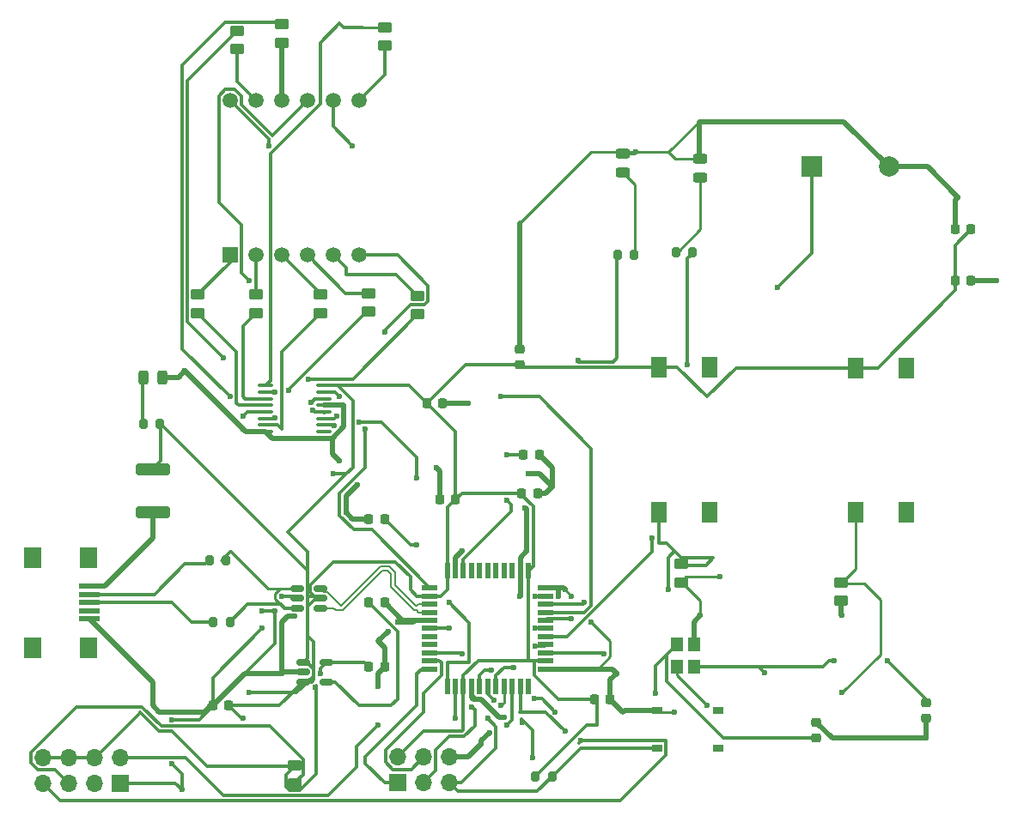
<source format=gbr>
%TF.GenerationSoftware,KiCad,Pcbnew,7.0.1*%
%TF.CreationDate,2023-04-20T17:38:12-06:00*%
%TF.ProjectId,Phase_B_UnoShield,50686173-655f-4425-9f55-6e6f53686965,rev?*%
%TF.SameCoordinates,Original*%
%TF.FileFunction,Copper,L1,Top*%
%TF.FilePolarity,Positive*%
%FSLAX46Y46*%
G04 Gerber Fmt 4.6, Leading zero omitted, Abs format (unit mm)*
G04 Created by KiCad (PCBNEW 7.0.1) date 2023-04-20 17:38:12*
%MOMM*%
%LPD*%
G01*
G04 APERTURE LIST*
G04 Aperture macros list*
%AMRoundRect*
0 Rectangle with rounded corners*
0 $1 Rounding radius*
0 $2 $3 $4 $5 $6 $7 $8 $9 X,Y pos of 4 corners*
0 Add a 4 corners polygon primitive as box body*
4,1,4,$2,$3,$4,$5,$6,$7,$8,$9,$2,$3,0*
0 Add four circle primitives for the rounded corners*
1,1,$1+$1,$2,$3*
1,1,$1+$1,$4,$5*
1,1,$1+$1,$6,$7*
1,1,$1+$1,$8,$9*
0 Add four rect primitives between the rounded corners*
20,1,$1+$1,$2,$3,$4,$5,0*
20,1,$1+$1,$4,$5,$6,$7,0*
20,1,$1+$1,$6,$7,$8,$9,0*
20,1,$1+$1,$8,$9,$2,$3,0*%
G04 Aperture macros list end*
%TA.AperFunction,SMDPad,CuDef*%
%ADD10RoundRect,0.250000X0.450000X-0.262500X0.450000X0.262500X-0.450000X0.262500X-0.450000X-0.262500X0*%
%TD*%
%TA.AperFunction,SMDPad,CuDef*%
%ADD11RoundRect,0.250000X-0.450000X0.262500X-0.450000X-0.262500X0.450000X-0.262500X0.450000X0.262500X0*%
%TD*%
%TA.AperFunction,SMDPad,CuDef*%
%ADD12RoundRect,0.200000X-0.200000X-0.275000X0.200000X-0.275000X0.200000X0.275000X-0.200000X0.275000X0*%
%TD*%
%TA.AperFunction,SMDPad,CuDef*%
%ADD13RoundRect,0.225000X-0.225000X-0.250000X0.225000X-0.250000X0.225000X0.250000X-0.225000X0.250000X0*%
%TD*%
%TA.AperFunction,SMDPad,CuDef*%
%ADD14RoundRect,0.225000X0.250000X-0.225000X0.250000X0.225000X-0.250000X0.225000X-0.250000X-0.225000X0*%
%TD*%
%TA.AperFunction,SMDPad,CuDef*%
%ADD15RoundRect,0.225000X0.225000X0.250000X-0.225000X0.250000X-0.225000X-0.250000X0.225000X-0.250000X0*%
%TD*%
%TA.AperFunction,SMDPad,CuDef*%
%ADD16RoundRect,0.200000X0.200000X0.275000X-0.200000X0.275000X-0.200000X-0.275000X0.200000X-0.275000X0*%
%TD*%
%TA.AperFunction,SMDPad,CuDef*%
%ADD17RoundRect,0.243750X0.243750X0.456250X-0.243750X0.456250X-0.243750X-0.456250X0.243750X-0.456250X0*%
%TD*%
%TA.AperFunction,SMDPad,CuDef*%
%ADD18RoundRect,0.243750X-0.456250X0.243750X-0.456250X-0.243750X0.456250X-0.243750X0.456250X0.243750X0*%
%TD*%
%TA.AperFunction,SMDPad,CuDef*%
%ADD19R,2.000000X0.500000*%
%TD*%
%TA.AperFunction,SMDPad,CuDef*%
%ADD20R,1.700000X2.000000*%
%TD*%
%TA.AperFunction,ComponentPad*%
%ADD21R,1.500000X1.500000*%
%TD*%
%TA.AperFunction,ComponentPad*%
%ADD22C,1.500000*%
%TD*%
%TA.AperFunction,SMDPad,CuDef*%
%ADD23RoundRect,0.100000X-0.637500X-0.100000X0.637500X-0.100000X0.637500X0.100000X-0.637500X0.100000X0*%
%TD*%
%TA.AperFunction,SMDPad,CuDef*%
%ADD24RoundRect,0.150000X-0.512500X-0.150000X0.512500X-0.150000X0.512500X0.150000X-0.512500X0.150000X0*%
%TD*%
%TA.AperFunction,ComponentPad*%
%ADD25R,1.700000X1.700000*%
%TD*%
%TA.AperFunction,ComponentPad*%
%ADD26O,1.700000X1.700000*%
%TD*%
%TA.AperFunction,SMDPad,CuDef*%
%ADD27R,1.500000X2.000000*%
%TD*%
%TA.AperFunction,SMDPad,CuDef*%
%ADD28R,1.200000X1.400000*%
%TD*%
%TA.AperFunction,ComponentPad*%
%ADD29R,2.000000X2.000000*%
%TD*%
%TA.AperFunction,ComponentPad*%
%ADD30C,2.000000*%
%TD*%
%TA.AperFunction,SMDPad,CuDef*%
%ADD31RoundRect,0.225000X-0.250000X0.225000X-0.250000X-0.225000X0.250000X-0.225000X0.250000X0.225000X0*%
%TD*%
%TA.AperFunction,SMDPad,CuDef*%
%ADD32RoundRect,0.250000X1.450000X-0.312500X1.450000X0.312500X-1.450000X0.312500X-1.450000X-0.312500X0*%
%TD*%
%TA.AperFunction,SMDPad,CuDef*%
%ADD33R,1.000000X0.700000*%
%TD*%
%TA.AperFunction,SMDPad,CuDef*%
%ADD34R,1.500000X0.550000*%
%TD*%
%TA.AperFunction,SMDPad,CuDef*%
%ADD35R,0.550000X1.500000*%
%TD*%
%TA.AperFunction,ViaPad*%
%ADD36C,0.600000*%
%TD*%
%TA.AperFunction,Conductor*%
%ADD37C,0.500000*%
%TD*%
%TA.AperFunction,Conductor*%
%ADD38C,0.250000*%
%TD*%
%TA.AperFunction,Conductor*%
%ADD39C,0.305000*%
%TD*%
%TA.AperFunction,Conductor*%
%ADD40C,0.200000*%
%TD*%
G04 APERTURE END LIST*
D10*
%TO.P,R7,1*%
%TO.N,c*%
X53653525Y-75433990D03*
%TO.P,R7,2*%
%TO.N,Net-(U1-c)*%
X53653525Y-73608990D03*
%TD*%
%TO.P,R12,1*%
%TO.N,dp*%
X48895000Y-75565000D03*
%TO.P,R12,2*%
%TO.N,Net-(U1-DPX)*%
X48895000Y-73740000D03*
%TD*%
D11*
%TO.P,R10,1*%
%TO.N,f*%
X45085000Y-47070000D03*
%TO.P,R10,2*%
%TO.N,Net-(U1-f)*%
X45085000Y-48895000D03*
%TD*%
%TO.P,R6,1*%
%TO.N,b*%
X55245000Y-47347500D03*
%TO.P,R6,2*%
%TO.N,Net-(U1-b)*%
X55245000Y-49172500D03*
%TD*%
%TO.P,R5,1*%
%TO.N,a*%
X40667277Y-47705000D03*
%TO.P,R5,2*%
%TO.N,Net-(U1-a)*%
X40667277Y-49530000D03*
%TD*%
D10*
%TO.P,R8,1*%
%TO.N,d*%
X42545000Y-75565000D03*
%TO.P,R8,2*%
%TO.N,Net-(U1-d)*%
X42545000Y-73740000D03*
%TD*%
%TO.P,R9,1*%
%TO.N,e*%
X36830000Y-75565000D03*
%TO.P,R9,2*%
%TO.N,Net-(U1-e)*%
X36830000Y-73740000D03*
%TD*%
%TO.P,R11,1*%
%TO.N,g*%
X58474704Y-75687736D03*
%TO.P,R11,2*%
%TO.N,Net-(U1-g)*%
X58474704Y-73862736D03*
%TD*%
D12*
%TO.P,R13,1*%
%TO.N,+5V*%
X70105000Y-121285000D03*
%TO.P,R13,2*%
%TO.N,RST*%
X71755000Y-121285000D03*
%TD*%
D11*
%TO.P,R17,1*%
%TO.N,+3.3V*%
X46355000Y-120182500D03*
%TO.P,R17,2*%
%TO.N,Net-(J4-Pin_5)*%
X46355000Y-122007500D03*
%TD*%
%TO.P,R1,1*%
%TO.N,Button_1*%
X100258335Y-102146853D03*
%TO.P,R1,2*%
%TO.N,GND*%
X100258335Y-103971853D03*
%TD*%
%TO.P,R2,1*%
%TO.N,Button_2*%
X84459401Y-100337123D03*
%TO.P,R2,2*%
%TO.N,GND*%
X84459401Y-102162123D03*
%TD*%
D13*
%TO.P,C3,1*%
%TO.N,+5V*%
X59410000Y-84455000D03*
%TO.P,C3,2*%
%TO.N,GND*%
X60960000Y-84455000D03*
%TD*%
D14*
%TO.P,C5,1*%
%TO.N,+5V*%
X68580000Y-80645000D03*
%TO.P,C5,2*%
%TO.N,GND*%
X68580000Y-79095000D03*
%TD*%
D13*
%TO.P,C9,1*%
%TO.N,+5V*%
X75920000Y-113665000D03*
%TO.P,C9,2*%
%TO.N,GND*%
X77470000Y-113665000D03*
%TD*%
%TO.P,C11,1*%
%TO.N,AREF*%
X68935000Y-89535000D03*
%TO.P,C11,2*%
%TO.N,GND*%
X70485000Y-89535000D03*
%TD*%
%TO.P,C6,1*%
%TO.N,+5V*%
X68760000Y-93345000D03*
%TO.P,C6,2*%
%TO.N,GND*%
X70310000Y-93345000D03*
%TD*%
%TO.P,C8,1*%
%TO.N,+5V*%
X111480000Y-72390000D03*
%TO.P,C8,2*%
%TO.N,GND*%
X113030000Y-72390000D03*
%TD*%
D15*
%TO.P,C7,1*%
%TO.N,+5V*%
X113030000Y-67310000D03*
%TO.P,C7,2*%
%TO.N,GND*%
X111480000Y-67310000D03*
%TD*%
D12*
%TO.P,R3,1*%
%TO.N,RED_LED*%
X78192500Y-69850000D03*
%TO.P,R3,2*%
%TO.N,Net-(D1-A)*%
X79842500Y-69850000D03*
%TD*%
D16*
%TO.P,R4,1*%
%TO.N,GREEN_LED*%
X85614034Y-69572325D03*
%TO.P,R4,2*%
%TO.N,Net-(D2-A)*%
X83964034Y-69572325D03*
%TD*%
%TO.P,R14,1*%
%TO.N,+5V*%
X33114036Y-86524538D03*
%TO.P,R14,2*%
%TO.N,Net-(D3-A)*%
X31464036Y-86524538D03*
%TD*%
D17*
%TO.P,D3,1,K*%
%TO.N,GND*%
X33322500Y-81915000D03*
%TO.P,D3,2,A*%
%TO.N,Net-(D3-A)*%
X31447500Y-81915000D03*
%TD*%
D18*
%TO.P,D2,1,K*%
%TO.N,GND*%
X86360000Y-60355000D03*
%TO.P,D2,2,A*%
%TO.N,Net-(D2-A)*%
X86360000Y-62230000D03*
%TD*%
D19*
%TO.P,J1,1,VBUS*%
%TO.N,Net-(J1-VBUS)*%
X26135000Y-102535000D03*
%TO.P,J1,2,D-*%
%TO.N,Net-(J1-D-)*%
X26135000Y-103335000D03*
%TO.P,J1,3,D+*%
%TO.N,Net-(J1-D+)*%
X26135000Y-104135000D03*
%TO.P,J1,4,ID*%
%TO.N,unconnected-(J1-ID-Pad4)*%
X26135000Y-104935000D03*
%TO.P,J1,5,GND*%
%TO.N,GND*%
X26135000Y-105735000D03*
D20*
%TO.P,J1,6,Shield*%
%TO.N,unconnected-(J1-Shield-Pad6)*%
X26035000Y-99685000D03*
X20585000Y-99685000D03*
X26035000Y-108585000D03*
X20585000Y-108585000D03*
%TD*%
D21*
%TO.P,U1,1,e*%
%TO.N,Net-(U1-e)*%
X40005000Y-69850000D03*
D22*
%TO.P,U1,2,d*%
%TO.N,Net-(U1-d)*%
X42545000Y-69850000D03*
%TO.P,U1,3,DPX*%
%TO.N,Net-(U1-DPX)*%
X45085000Y-69850000D03*
%TO.P,U1,4,c*%
%TO.N,Net-(U1-c)*%
X47625000Y-69850000D03*
%TO.P,U1,5,g*%
%TO.N,Net-(U1-g)*%
X50165000Y-69850000D03*
%TO.P,U1,6,CA4*%
%TO.N,Dig4*%
X52705000Y-69850000D03*
%TO.P,U1,7,b*%
%TO.N,Net-(U1-b)*%
X52705000Y-54610000D03*
%TO.P,U1,8,CA3*%
%TO.N,Dig3*%
X50165000Y-54610000D03*
%TO.P,U1,9,CA2*%
%TO.N,Dig2*%
X47625000Y-54610000D03*
%TO.P,U1,10,f*%
%TO.N,Net-(U1-f)*%
X45085000Y-54610000D03*
%TO.P,U1,11,a*%
%TO.N,Net-(U1-a)*%
X42545000Y-54610000D03*
%TO.P,U1,12,CA1*%
%TO.N,Dig1*%
X40005000Y-54610000D03*
%TD*%
D23*
%TO.P,U2,1,QB*%
%TO.N,b*%
X43502465Y-82703067D03*
%TO.P,U2,2,QC*%
%TO.N,c*%
X43502465Y-83353067D03*
%TO.P,U2,3,QD*%
%TO.N,d*%
X43502465Y-84003067D03*
%TO.P,U2,4,QE*%
%TO.N,e*%
X43502465Y-84653067D03*
%TO.P,U2,5,QF*%
%TO.N,f*%
X43502465Y-85303067D03*
%TO.P,U2,6,QG*%
%TO.N,g*%
X43502465Y-85953067D03*
%TO.P,U2,7,QH*%
%TO.N,dp*%
X43502465Y-86603067D03*
%TO.P,U2,8,GND*%
%TO.N,GND*%
X43502465Y-87253067D03*
%TO.P,U2,9,QH'*%
%TO.N,unconnected-(U2-QH'-Pad9)*%
X49227465Y-87253067D03*
%TO.P,U2,10,~{SRCLR}*%
%TO.N,+5V*%
X49227465Y-86603067D03*
%TO.P,U2,11,SRCLK*%
%TO.N,SH_CP*%
X49227465Y-85953067D03*
%TO.P,U2,12,RCLK*%
%TO.N,ST_CP*%
X49227465Y-85303067D03*
%TO.P,U2,13,~{OE}*%
%TO.N,GND*%
X49227465Y-84653067D03*
%TO.P,U2,14,SER*%
%TO.N,DS*%
X49227465Y-84003067D03*
%TO.P,U2,15,QA*%
%TO.N,a*%
X49227465Y-83353067D03*
%TO.P,U2,16,VCC*%
%TO.N,+5V*%
X49227465Y-82703067D03*
%TD*%
D14*
%TO.P,C1,1*%
%TO.N,XTAL2*%
X97790000Y-117475000D03*
%TO.P,C1,2*%
%TO.N,GND*%
X97790000Y-115925000D03*
%TD*%
D24*
%TO.P,U5,1,VIN*%
%TO.N,+5V*%
X47191712Y-110039174D03*
%TO.P,U5,2,GND*%
%TO.N,GND*%
X47191712Y-110989174D03*
%TO.P,U5,3,ON/~{OFF}*%
%TO.N,+5V*%
X47191712Y-111939174D03*
%TO.P,U5,4,BP*%
%TO.N,Net-(U5-BP)*%
X49466712Y-111939174D03*
%TO.P,U5,5,VOUT*%
%TO.N,+3.3V*%
X49466712Y-110039174D03*
%TD*%
D25*
%TO.P,J4,1,Pin_1*%
%TO.N,GND*%
X29169549Y-121947651D03*
D26*
%TO.P,J4,2,Pin_2*%
%TO.N,TX*%
X29169549Y-119407651D03*
%TO.P,J4,3,Pin_3*%
%TO.N,unconnected-(J4-Pin_3-Pad3)*%
X26629549Y-121947651D03*
%TO.P,J4,4,Pin_4*%
%TO.N,+3.3V*%
X26629549Y-119407651D03*
%TO.P,J4,5,Pin_5*%
%TO.N,Net-(J4-Pin_5)*%
X24089549Y-121947651D03*
%TO.P,J4,6,Pin_6*%
%TO.N,+3.3V*%
X24089549Y-119407651D03*
%TO.P,J4,7,Pin_7*%
%TO.N,RX*%
X21549549Y-121947651D03*
%TO.P,J4,8,Pin_8*%
%TO.N,+3.3V*%
X21549549Y-119407651D03*
%TD*%
D27*
%TO.P,S2,A1,NO_1*%
%TO.N,unconnected-(S2-NO_1-PadA1)*%
X87274904Y-80877421D03*
%TO.P,S2,B1,NO_2*%
%TO.N,unconnected-(S2-NO_2-PadB1)*%
X87274904Y-95177421D03*
%TO.P,S2,C1,COM_1*%
%TO.N,+5V*%
X82274904Y-80877421D03*
%TO.P,S2,D1,COM_2*%
%TO.N,Button_2*%
X82274904Y-95177421D03*
%TD*%
D15*
%TO.P,C10,1*%
%TO.N,UCAP*%
X55245000Y-95885000D03*
%TO.P,C10,2*%
%TO.N,GND*%
X53695000Y-95885000D03*
%TD*%
%TO.P,C12,1*%
%TO.N,+5V*%
X39860000Y-114305000D03*
%TO.P,C12,2*%
%TO.N,GND*%
X38310000Y-114305000D03*
%TD*%
%TO.P,C4,1*%
%TO.N,+5V*%
X62230000Y-93980000D03*
%TO.P,C4,2*%
%TO.N,GND*%
X60680000Y-93980000D03*
%TD*%
D28*
%TO.P,Y1,1,1*%
%TO.N,XTAL1*%
X85725000Y-110490000D03*
%TO.P,Y1,2,2*%
%TO.N,GND*%
X85725000Y-108290000D03*
%TO.P,Y1,3,3*%
%TO.N,XTAL2*%
X84025000Y-108290000D03*
%TO.P,Y1,4,4*%
%TO.N,GND*%
X84025000Y-110490000D03*
%TD*%
D18*
%TO.P,D1,1,K*%
%TO.N,GND*%
X78725000Y-59785000D03*
%TO.P,D1,2,A*%
%TO.N,Net-(D1-A)*%
X78725000Y-61660000D03*
%TD*%
D12*
%TO.P,R16,1*%
%TO.N,Net-(J1-D-)*%
X37984446Y-99935555D03*
%TO.P,R16,2*%
%TO.N,USB_CONN_D+*%
X39634446Y-99935555D03*
%TD*%
D24*
%TO.P,U4,1,I/O1*%
%TO.N,USB_CONN_D+*%
X46619689Y-102762287D03*
%TO.P,U4,2,GND*%
%TO.N,GND*%
X46619689Y-103712287D03*
%TO.P,U4,3,I/O2*%
%TO.N,USB_CONN_D+*%
X46619689Y-104662287D03*
%TO.P,U4,4,I/O2*%
%TO.N,USB_D+*%
X48894689Y-104662287D03*
%TO.P,U4,5,VBUS*%
%TO.N,+5V*%
X48894689Y-103712287D03*
%TO.P,U4,6,I/O1*%
%TO.N,USB_D-*%
X48894689Y-102762287D03*
%TD*%
D29*
%TO.P,LS1,1,1*%
%TO.N,Buzzer*%
X97335439Y-61120439D03*
D30*
%TO.P,LS1,2,2*%
%TO.N,GND*%
X104935439Y-61120439D03*
%TD*%
D31*
%TO.P,C2,1*%
%TO.N,XTAL1*%
X108585000Y-114020000D03*
%TO.P,C2,2*%
%TO.N,GND*%
X108585000Y-115570000D03*
%TD*%
D12*
%TO.P,R15,1*%
%TO.N,Net-(J1-D+)*%
X38355000Y-106045000D03*
%TO.P,R15,2*%
%TO.N,USB_CONN_D+*%
X40005000Y-106045000D03*
%TD*%
D32*
%TO.P,F1,1*%
%TO.N,Net-(J1-VBUS)*%
X32385000Y-95250000D03*
%TO.P,F1,2*%
%TO.N,+5V*%
X32385000Y-90975000D03*
%TD*%
D13*
%TO.P,C13,1*%
%TO.N,Net-(U5-BP)*%
X53695000Y-104140000D03*
%TO.P,C13,2*%
%TO.N,GND*%
X55245000Y-104140000D03*
%TD*%
D25*
%TO.P,J3,1,MISO*%
%TO.N,MISO*%
X56515000Y-121920000D03*
D26*
%TO.P,J3,2,VCC*%
%TO.N,+5V*%
X56515000Y-119380000D03*
%TO.P,J3,3,SCK*%
%TO.N,SCK*%
X59055000Y-121920000D03*
%TO.P,J3,4,MOSI*%
%TO.N,MOSI*%
X59055000Y-119380000D03*
%TO.P,J3,5,~{RST}*%
%TO.N,RST*%
X61595000Y-121920000D03*
%TO.P,J3,6,GND*%
%TO.N,GND*%
X61595000Y-119380000D03*
%TD*%
D13*
%TO.P,C14,1*%
%TO.N,+3.3V*%
X53695000Y-110490000D03*
%TO.P,C14,2*%
%TO.N,GND*%
X55245000Y-110490000D03*
%TD*%
D33*
%TO.P,S3,1*%
%TO.N,GND*%
X82118060Y-114768980D03*
%TO.P,S3,2*%
%TO.N,N/C*%
X88118060Y-114768980D03*
%TO.P,S3,3*%
%TO.N,RST*%
X82118060Y-118468980D03*
%TO.P,S3,4*%
%TO.N,N/C*%
X88118060Y-118468980D03*
%TD*%
D34*
%TO.P,U3,1,PE6*%
%TO.N,SH_CP*%
X59705000Y-102680000D03*
%TO.P,U3,2,UVCC*%
%TO.N,+5V*%
X59705000Y-103480000D03*
%TO.P,U3,3,D-*%
%TO.N,USB_D-*%
X59705000Y-104280000D03*
%TO.P,U3,4,D+*%
%TO.N,USB_D+*%
X59705000Y-105080000D03*
%TO.P,U3,5,UGND*%
%TO.N,GND*%
X59705000Y-105880000D03*
%TO.P,U3,6,UCAP*%
%TO.N,UCAP*%
X59705000Y-106680000D03*
%TO.P,U3,7,VBUS*%
%TO.N,unconnected-(U3-VBUS-Pad7)*%
X59705000Y-107480000D03*
%TO.P,U3,8,PB0*%
%TO.N,unconnected-(U3-PB0-Pad8)*%
X59705000Y-108280000D03*
%TO.P,U3,9,PB1*%
%TO.N,SCK*%
X59705000Y-109080000D03*
%TO.P,U3,10,PB2*%
%TO.N,MOSI*%
X59705000Y-109880000D03*
%TO.P,U3,11,PB3*%
%TO.N,MISO*%
X59705000Y-110680000D03*
D35*
%TO.P,U3,12,PB7*%
%TO.N,Dig3*%
X61405000Y-112380000D03*
%TO.P,U3,13,~{RESET}*%
%TO.N,RST*%
X62205000Y-112380000D03*
%TO.P,U3,14,VCC*%
%TO.N,+5V*%
X63005000Y-112380000D03*
%TO.P,U3,15,GND*%
%TO.N,GND*%
X63805000Y-112380000D03*
%TO.P,U3,16,XTAL2*%
%TO.N,XTAL2*%
X64605000Y-112380000D03*
%TO.P,U3,17,XTAL1*%
%TO.N,XTAL1*%
X65405000Y-112380000D03*
%TO.P,U3,18,PD0*%
%TO.N,Button_2*%
X66205000Y-112380000D03*
%TO.P,U3,19,PD1*%
%TO.N,Button_1*%
X67005000Y-112380000D03*
%TO.P,U3,20,PD2*%
%TO.N,TX*%
X67805000Y-112380000D03*
%TO.P,U3,21,PD3*%
%TO.N,RX*%
X68605000Y-112380000D03*
%TO.P,U3,22,PD5*%
%TO.N,unconnected-(U3-PD5-Pad22)*%
X69405000Y-112380000D03*
D34*
%TO.P,U3,23,GND*%
%TO.N,GND*%
X71105000Y-110680000D03*
%TO.P,U3,24,AVCC*%
%TO.N,+5V*%
X71105000Y-109880000D03*
%TO.P,U3,25,PD4*%
%TO.N,GREEN_LED*%
X71105000Y-109080000D03*
%TO.P,U3,26,PD6*%
%TO.N,Dig2*%
X71105000Y-108280000D03*
%TO.P,U3,27,PD7*%
%TO.N,Buzzer*%
X71105000Y-107480000D03*
%TO.P,U3,28,PB4*%
%TO.N,ST_CP*%
X71105000Y-106680000D03*
%TO.P,U3,29,PB5*%
%TO.N,DS*%
X71105000Y-105880000D03*
%TO.P,U3,30,PB6*%
%TO.N,Dig4*%
X71105000Y-105080000D03*
%TO.P,U3,31,PC6*%
%TO.N,RED_LED*%
X71105000Y-104280000D03*
%TO.P,U3,32,PC7*%
%TO.N,Dig1*%
X71105000Y-103480000D03*
%TO.P,U3,33,~{HWB}/PE2*%
%TO.N,GND*%
X71105000Y-102680000D03*
D35*
%TO.P,U3,34,VCC*%
%TO.N,+5V*%
X69405000Y-100980000D03*
%TO.P,U3,35,GND*%
%TO.N,GND*%
X68605000Y-100980000D03*
%TO.P,U3,36,PF7*%
%TO.N,unconnected-(U3-PF7-Pad36)*%
X67805000Y-100980000D03*
%TO.P,U3,37,PF6*%
%TO.N,unconnected-(U3-PF6-Pad37)*%
X67005000Y-100980000D03*
%TO.P,U3,38,PF5*%
%TO.N,unconnected-(U3-PF5-Pad38)*%
X66205000Y-100980000D03*
%TO.P,U3,39,PF4*%
%TO.N,unconnected-(U3-PF4-Pad39)*%
X65405000Y-100980000D03*
%TO.P,U3,40,PF1*%
%TO.N,unconnected-(U3-PF1-Pad40)*%
X64605000Y-100980000D03*
%TO.P,U3,41,PF0*%
%TO.N,unconnected-(U3-PF0-Pad41)*%
X63805000Y-100980000D03*
%TO.P,U3,42,AREF*%
%TO.N,AREF*%
X63005000Y-100980000D03*
%TO.P,U3,43,GND*%
%TO.N,GND*%
X62205000Y-100980000D03*
%TO.P,U3,44,AVCC*%
%TO.N,+5V*%
X61405000Y-100980000D03*
%TD*%
D27*
%TO.P,S1,A1,NO_1*%
%TO.N,unconnected-(S1-NO_1-PadA1)*%
X106680000Y-80950000D03*
%TO.P,S1,B1,NO_2*%
%TO.N,unconnected-(S1-NO_2-PadB1)*%
X106680000Y-95250000D03*
%TO.P,S1,C1,COM_1*%
%TO.N,+5V*%
X101680000Y-80950000D03*
%TO.P,S1,D1,COM_2*%
%TO.N,Button_1*%
X101680000Y-95250000D03*
%TD*%
D36*
%TO.N,GND*%
X46355000Y-105461787D03*
X34290000Y-120059651D03*
X69215000Y-99060000D03*
X100330000Y-105410000D03*
X86360000Y-105410000D03*
X43180000Y-106680000D03*
X35242500Y-122555000D03*
X68580000Y-103505000D03*
X34290000Y-115683000D03*
X56518534Y-106041466D03*
X63500000Y-84455000D03*
X55596466Y-106963534D03*
X83820000Y-114935000D03*
X45085000Y-111125000D03*
X88265000Y-101600000D03*
X80010000Y-59690000D03*
X62865000Y-99060000D03*
X41275000Y-86995000D03*
X43180000Y-104966787D03*
X51435000Y-95250000D03*
X78105000Y-111125000D03*
X64770000Y-118110000D03*
X68580000Y-76200000D03*
X108585000Y-117475000D03*
X54610000Y-112395000D03*
X71755000Y-92710000D03*
X45085000Y-103505000D03*
X60325000Y-90805000D03*
X44450000Y-104966787D03*
X52531034Y-92536034D03*
X50800000Y-90170000D03*
X73643000Y-103505000D03*
X75574511Y-106054511D03*
X86995000Y-114300000D03*
X64135000Y-113665000D03*
X65570500Y-116978204D03*
X47544460Y-111087500D03*
X111760000Y-64135000D03*
X73025000Y-102870000D03*
X35560000Y-81280000D03*
X37470000Y-114940000D03*
X67068284Y-115442913D03*
X72390000Y-103505000D03*
X69073966Y-94756034D03*
X69405000Y-91440000D03*
X115570000Y-72390000D03*
%TO.N,+5V*%
X50165000Y-91440000D03*
X41275000Y-115570000D03*
X41910000Y-113030000D03*
X50243936Y-86688544D03*
%TO.N,Buzzer*%
X81622904Y-97730890D03*
X93980000Y-73025000D03*
%TO.N,Button_1*%
X66675000Y-114300000D03*
X100330000Y-113030000D03*
%TO.N,Button_2*%
X83185000Y-102870000D03*
X67945000Y-110507000D03*
%TO.N,RED_LED*%
X74930000Y-104140000D03*
X74295000Y-80225421D03*
%TO.N,GREEN_LED*%
X76835000Y-109220000D03*
X85090000Y-80645000D03*
%TO.N,a*%
X39370000Y-80010000D03*
X50800000Y-83820000D03*
%TO.N,c*%
X45737000Y-83185000D03*
X44433000Y-83326069D03*
%TO.N,f*%
X41275000Y-85725000D03*
X39988000Y-83820000D03*
%TO.N,g*%
X47768534Y-82058534D03*
X44433000Y-85926069D03*
%TO.N,Dig4*%
X55245000Y-77470000D03*
X66675000Y-83820000D03*
%TO.N,Dig3*%
X61595000Y-104140000D03*
X52070000Y-59055000D03*
%TO.N,Dig2*%
X41893000Y-72390000D03*
X70057000Y-108404129D03*
%TO.N,Dig1*%
X70057000Y-103505000D03*
X43815000Y-59055000D03*
%TO.N,SH_CP*%
X50487433Y-85725000D03*
X53340000Y-86995000D03*
%TO.N,ST_CP*%
X58419500Y-91832343D03*
X48170506Y-85181384D03*
X70057000Y-106680000D03*
X52739500Y-86343000D03*
%TO.N,DS*%
X48015307Y-84382276D03*
X73660000Y-105732000D03*
%TO.N,XTAL2*%
X65787973Y-110819959D03*
X81915000Y-113047000D03*
%TO.N,XTAL1*%
X72031568Y-114924500D03*
X68809500Y-115922966D03*
X104775000Y-109855000D03*
X70033201Y-113612686D03*
X99508835Y-109855000D03*
X66051353Y-113799733D03*
X92710000Y-111090500D03*
X69850000Y-119414500D03*
%TO.N,RST*%
X62230000Y-115553000D03*
X65405000Y-115553000D03*
%TO.N,UCAP*%
X61595000Y-106680000D03*
X58420000Y-98425000D03*
%TO.N,AREF*%
X67310000Y-93997000D03*
X67310000Y-89535000D03*
%TO.N,+3.3V*%
X48417158Y-112497730D03*
X48912000Y-111125000D03*
%TO.N,SCK*%
X63829043Y-114403644D03*
X62865000Y-109220000D03*
%TO.N,TX*%
X67310000Y-116205000D03*
X54610000Y-116205000D03*
%TO.N,RX*%
X73025000Y-116840000D03*
X74566034Y-117746034D03*
%TD*%
D37*
%TO.N,GND*%
X85725000Y-106045000D02*
X86360000Y-105410000D01*
D38*
X76258884Y-110680000D02*
X71105000Y-110680000D01*
X84934024Y-101600000D02*
X84459401Y-102074623D01*
D37*
X78740000Y-114935000D02*
X77470000Y-113665000D01*
X50092782Y-87903067D02*
X51236933Y-86758916D01*
D39*
X38310000Y-111550000D02*
X43180000Y-106680000D01*
D38*
X88265000Y-101600000D02*
X84934024Y-101600000D01*
X75574511Y-106054511D02*
X77460000Y-107940000D01*
X78725000Y-59785000D02*
X79915000Y-59785000D01*
D37*
X56518534Y-106041466D02*
X57153534Y-106041466D01*
D38*
X77460000Y-109478884D02*
X76258884Y-110680000D01*
D37*
X71755000Y-90805000D02*
X70485000Y-89535000D01*
X71755000Y-92710000D02*
X71755000Y-90805000D01*
D39*
X44450000Y-104966787D02*
X44450000Y-108165000D01*
D37*
X68605000Y-100980000D02*
X68605000Y-99670000D01*
D38*
X84459401Y-102074623D02*
X86360000Y-103975222D01*
D37*
X63805000Y-113335000D02*
X64135000Y-113665000D01*
D39*
X44450000Y-108165000D02*
X38310000Y-114305000D01*
D38*
X83185000Y-59690000D02*
X83850000Y-60355000D01*
D37*
X58090000Y-106045000D02*
X57150000Y-106045000D01*
D38*
X84025000Y-111330000D02*
X84025000Y-110490000D01*
D37*
X49227465Y-84653067D02*
X51236933Y-84653067D01*
X77470000Y-113665000D02*
X77470000Y-111760000D01*
X32385000Y-114300000D02*
X33025000Y-114940000D01*
X69405000Y-91440000D02*
X70485000Y-91440000D01*
D38*
X77460000Y-107940000D02*
X77460000Y-109478884D01*
D37*
X44152465Y-87903067D02*
X50092782Y-87903067D01*
X35560000Y-81280000D02*
X41533067Y-87253067D01*
X45085000Y-111125000D02*
X41490000Y-111125000D01*
X55245000Y-108585000D02*
X54610000Y-107950000D01*
X63500000Y-119380000D02*
X64770000Y-118110000D01*
D39*
X36932000Y-115683000D02*
X38310000Y-114305000D01*
D37*
X56985000Y-105880000D02*
X59705000Y-105880000D01*
X111760000Y-64135000D02*
X108745439Y-61120439D01*
X71105000Y-110680000D02*
X77660000Y-110680000D01*
X97790000Y-115925000D02*
X99340000Y-117475000D01*
X60680000Y-93980000D02*
X60680000Y-91160000D01*
X64770000Y-113665000D02*
X64135000Y-113665000D01*
X67068284Y-115442913D02*
X66547913Y-115442913D01*
X64770000Y-117778704D02*
X65570500Y-116978204D01*
X68605000Y-100980000D02*
X68605000Y-103480000D01*
X108745439Y-61120439D02*
X104935439Y-61120439D01*
D39*
X34290000Y-115683000D02*
X36932000Y-115683000D01*
D37*
X68580000Y-79095000D02*
X68580000Y-76200000D01*
X54610000Y-111125000D02*
X55245000Y-110490000D01*
X41533067Y-87253067D02*
X43502465Y-87253067D01*
X33025000Y-114940000D02*
X37470000Y-114940000D01*
X63805000Y-112380000D02*
X63805000Y-113505000D01*
X53695000Y-95885000D02*
X52070000Y-95885000D01*
X45085000Y-111125000D02*
X45085000Y-106045000D01*
X55245000Y-104140000D02*
X56985000Y-105880000D01*
X70485000Y-91440000D02*
X71755000Y-92710000D01*
D38*
X83208235Y-59690000D02*
X86236576Y-56661659D01*
D39*
X35242500Y-122555000D02*
X35242500Y-121012151D01*
X35242500Y-121012151D02*
X34290000Y-120059651D01*
D37*
X68605000Y-103480000D02*
X68580000Y-103505000D01*
X47191712Y-110989174D02*
X47446134Y-110989174D01*
D39*
X34635151Y-121947651D02*
X35242500Y-122555000D01*
D38*
X73643000Y-103505000D02*
X73643000Y-103488000D01*
D37*
X62205000Y-100980000D02*
X62205000Y-99720000D01*
X78740000Y-114935000D02*
X78906020Y-114768980D01*
X60680000Y-91160000D02*
X60325000Y-90805000D01*
X45085000Y-106045000D02*
X45668213Y-105461787D01*
D38*
X86995000Y-114300000D02*
X84025000Y-111330000D01*
D37*
X58255000Y-105880000D02*
X59705000Y-105880000D01*
X71105000Y-102680000D02*
X72835000Y-102680000D01*
X26135000Y-105735000D02*
X32385000Y-111985000D01*
X85725000Y-106045000D02*
X85725000Y-108290000D01*
X47191712Y-110989174D02*
X45220826Y-110989174D01*
X63805000Y-113505000D02*
X63953644Y-113653644D01*
X52070000Y-95885000D02*
X51435000Y-95250000D01*
X111480000Y-64415000D02*
X111760000Y-64135000D01*
D38*
X80010000Y-59690000D02*
X83185000Y-59690000D01*
X78820000Y-59690000D02*
X78725000Y-59785000D01*
D39*
X38310000Y-114305000D02*
X38310000Y-111550000D01*
D38*
X80010000Y-59690000D02*
X75565000Y-59690000D01*
D37*
X64770000Y-118110000D02*
X64770000Y-117778704D01*
D39*
X44450000Y-104966787D02*
X43180000Y-104966787D01*
D37*
X72835000Y-102680000D02*
X73025000Y-102870000D01*
X63805000Y-112380000D02*
X63805000Y-113335000D01*
D38*
X79915000Y-59785000D02*
X80010000Y-59690000D01*
D37*
X70485000Y-93345000D02*
X71120000Y-93345000D01*
X41490000Y-111125000D02*
X38310000Y-114305000D01*
X111480000Y-67310000D02*
X111480000Y-64415000D01*
X108585000Y-116205000D02*
X108585000Y-117475000D01*
X69215000Y-94897068D02*
X69073966Y-94756034D01*
X108585000Y-115570000D02*
X108585000Y-116205000D01*
X78906020Y-114768980D02*
X82118060Y-114768980D01*
X58255000Y-105880000D02*
X58090000Y-106045000D01*
X72390000Y-103505000D02*
X72390000Y-102840000D01*
X68580000Y-76200000D02*
X68580000Y-66675000D01*
X34925000Y-81915000D02*
X35560000Y-81280000D01*
D38*
X73643000Y-103488000D02*
X73025000Y-102870000D01*
D37*
X69215000Y-99060000D02*
X69215000Y-94897068D01*
X41533067Y-87253067D02*
X41275000Y-86995000D01*
X50092782Y-89462782D02*
X50092782Y-87903067D01*
D38*
X75565000Y-59690000D02*
X68580000Y-66675000D01*
D37*
X60960000Y-84455000D02*
X63500000Y-84455000D01*
X50800000Y-90170000D02*
X50092782Y-89462782D01*
D39*
X29169549Y-121947651D02*
X34635151Y-121947651D01*
D37*
X33322500Y-81915000D02*
X34925000Y-81915000D01*
X61595000Y-119380000D02*
X63500000Y-119380000D01*
X54610000Y-107950000D02*
X55596466Y-106963534D01*
D38*
X83820000Y-114935000D02*
X82284080Y-114935000D01*
D37*
X54610000Y-112395000D02*
X54610000Y-111125000D01*
X32385000Y-111985000D02*
X32385000Y-114300000D01*
X86236576Y-56661659D02*
X86236576Y-59836659D01*
X77660000Y-110680000D02*
X78105000Y-111125000D01*
X51435000Y-93632068D02*
X52531034Y-92536034D01*
X100476659Y-56661659D02*
X104935439Y-61120439D01*
X100258335Y-105338335D02*
X100330000Y-105410000D01*
X51435000Y-95250000D02*
X51435000Y-93632068D01*
X71120000Y-93345000D02*
X71755000Y-92710000D01*
X99340000Y-117475000D02*
X108585000Y-117475000D01*
D39*
X45085000Y-103505000D02*
X46412402Y-103505000D01*
D37*
X72230000Y-102680000D02*
X71105000Y-102680000D01*
X55245000Y-110490000D02*
X55245000Y-108585000D01*
X66547913Y-115442913D02*
X64770000Y-113665000D01*
X113030000Y-72390000D02*
X115570000Y-72390000D01*
D39*
X46412402Y-103505000D02*
X46619689Y-103712287D01*
D37*
X37470000Y-114940000D02*
X38105000Y-114305000D01*
X43502465Y-87253067D02*
X44152465Y-87903067D01*
D38*
X86360000Y-103975222D02*
X86360000Y-105410000D01*
D37*
X86236576Y-56661659D02*
X100476659Y-56661659D01*
X72390000Y-102840000D02*
X72230000Y-102680000D01*
X45220826Y-110989174D02*
X45085000Y-111125000D01*
D38*
X82284080Y-114935000D02*
X82118060Y-114768980D01*
X83850000Y-60355000D02*
X86360000Y-60355000D01*
D37*
X45668213Y-105461787D02*
X46355000Y-105461787D01*
X51236933Y-86758916D02*
X51236933Y-84653067D01*
X47446134Y-110989174D02*
X47544460Y-111087500D01*
X77470000Y-111760000D02*
X78105000Y-111125000D01*
X68605000Y-99670000D02*
X69215000Y-99060000D01*
X62205000Y-99720000D02*
X62865000Y-99060000D01*
X100258335Y-103884353D02*
X100258335Y-105338335D01*
D38*
%TO.N,Net-(D1-A)*%
X78725000Y-61660000D02*
X79930000Y-62865000D01*
X79930000Y-62865000D02*
X79930000Y-69850000D01*
%TO.N,Net-(D2-A)*%
X84097675Y-69572325D02*
X83876534Y-69572325D01*
X86360000Y-67310000D02*
X84097675Y-69572325D01*
X86360000Y-62230000D02*
X86360000Y-67310000D01*
D39*
%TO.N,+5V*%
X48080826Y-111939174D02*
X48260000Y-111760000D01*
X111480000Y-68860000D02*
X113030000Y-67310000D01*
X60760000Y-103480000D02*
X61405000Y-102835000D01*
X47642500Y-99077500D02*
X47642500Y-107412000D01*
X47879689Y-102404145D02*
X50186315Y-100097519D01*
X32385000Y-90975000D02*
X33201536Y-90158464D01*
X47191712Y-111939174D02*
X48080826Y-111939174D01*
X69867500Y-94627500D02*
X69867500Y-100517500D01*
X61405000Y-102835000D02*
X61405000Y-100980000D01*
X45720000Y-97155000D02*
X47642500Y-99077500D01*
X47614854Y-110039174D02*
X47191712Y-110039174D01*
X33201536Y-90158464D02*
X33201536Y-86524538D01*
X46524028Y-113030000D02*
X41910000Y-113030000D01*
X48687402Y-103505000D02*
X48894689Y-103712287D01*
X70105000Y-121285000D02*
X75185000Y-116205000D01*
X71105000Y-109880000D02*
X70050000Y-109880000D01*
X56282519Y-100097519D02*
X57785000Y-101600000D01*
X47634689Y-104549145D02*
X48471547Y-103712287D01*
X59410000Y-84455000D02*
X62230000Y-87275000D01*
X51435000Y-91440000D02*
X45720000Y-97155000D01*
X48471547Y-103712287D02*
X47879689Y-103120429D01*
X49227465Y-86603067D02*
X50158459Y-86603067D01*
X49227465Y-82703067D02*
X50605842Y-82703067D01*
X70050000Y-109880000D02*
X70002500Y-109927500D01*
X69215000Y-109855000D02*
X69240000Y-109880000D01*
X75185000Y-116205000D02*
X76200000Y-116205000D01*
X68585000Y-93345000D02*
X69867500Y-94627500D01*
X57785000Y-102870000D02*
X58395000Y-103480000D01*
X52087500Y-90787500D02*
X51435000Y-91440000D01*
X84052421Y-80877421D02*
X86995000Y-83820000D01*
X63220000Y-80645000D02*
X59410000Y-84455000D01*
X111480000Y-72390000D02*
X111480000Y-68860000D01*
X70002500Y-111277500D02*
X72390000Y-113665000D01*
X48471547Y-103712287D02*
X48894689Y-103712287D01*
X47634689Y-100957691D02*
X47634689Y-103505000D01*
X103835000Y-80950000D02*
X101680000Y-80950000D01*
X72390000Y-113665000D02*
X75920000Y-113665000D01*
X33201536Y-86524538D02*
X47634689Y-100957691D01*
X62230000Y-87275000D02*
X62230000Y-93980000D01*
X70002500Y-109927500D02*
X70002500Y-111277500D01*
X47634689Y-109596197D02*
X47634689Y-104549145D01*
X61482500Y-94727500D02*
X62230000Y-93980000D01*
X47642500Y-107412000D02*
X48206712Y-107976212D01*
X64475000Y-109855000D02*
X69215000Y-109855000D01*
X41125000Y-115570000D02*
X39860000Y-114305000D01*
X50158459Y-86603067D02*
X50243936Y-86688544D01*
X44825886Y-114305000D02*
X47191712Y-111939174D01*
X47879689Y-103120429D02*
X47879689Y-102404145D01*
X48260000Y-111760000D02*
X48260000Y-110684320D01*
X76200000Y-116205000D02*
X76200000Y-113945000D01*
X62230000Y-93980000D02*
X62865000Y-93345000D01*
X57658067Y-82703067D02*
X59410000Y-84455000D01*
X47191712Y-110039174D02*
X47634689Y-109596197D01*
X69240000Y-109880000D02*
X71105000Y-109880000D01*
X58395000Y-103480000D02*
X59705000Y-103480000D01*
X48260000Y-110684320D02*
X47614854Y-110039174D01*
X69405000Y-100980000D02*
X69405000Y-109665000D01*
X76200000Y-113945000D02*
X75920000Y-113665000D01*
X61482500Y-100902500D02*
X61482500Y-94727500D01*
X48206712Y-111347316D02*
X46524028Y-113030000D01*
X59055000Y-116840000D02*
X62865000Y-116840000D01*
X63005000Y-112380000D02*
X63005000Y-111325000D01*
X68580000Y-80645000D02*
X68812421Y-80877421D01*
X57785000Y-101600000D02*
X57785000Y-102870000D01*
X49227465Y-82703067D02*
X57658067Y-82703067D01*
X56515000Y-119380000D02*
X59055000Y-116840000D01*
X82274904Y-80877421D02*
X84052421Y-80877421D01*
X68580000Y-80645000D02*
X63220000Y-80645000D01*
X69867500Y-100517500D02*
X69405000Y-100980000D01*
X47634689Y-103505000D02*
X48687402Y-103505000D01*
X62865000Y-116840000D02*
X63005000Y-116700000D01*
X41275000Y-115570000D02*
X41125000Y-115570000D01*
X62865000Y-93345000D02*
X68585000Y-93345000D01*
X63005000Y-116700000D02*
X63005000Y-112380000D01*
X111480000Y-73305000D02*
X103835000Y-80950000D01*
X48206712Y-107976212D02*
X48206712Y-111347316D01*
X50165000Y-91440000D02*
X51435000Y-91440000D01*
X39860000Y-114305000D02*
X44825886Y-114305000D01*
X69405000Y-109665000D02*
X69215000Y-109855000D01*
X52087500Y-84184725D02*
X52087500Y-90787500D01*
X61405000Y-100980000D02*
X61482500Y-100902500D01*
X63005000Y-111325000D02*
X64475000Y-109855000D01*
X89865000Y-80950000D02*
X101680000Y-80950000D01*
X68812421Y-80877421D02*
X82274904Y-80877421D01*
X111480000Y-72390000D02*
X111480000Y-73305000D01*
X86995000Y-83820000D02*
X89865000Y-80950000D01*
X50186315Y-100097519D02*
X56282519Y-100097519D01*
X59705000Y-103480000D02*
X60760000Y-103480000D01*
X50605842Y-82703067D02*
X52087500Y-84184725D01*
%TO.N,Buzzer*%
X97335439Y-69669561D02*
X97335439Y-61120439D01*
X71105000Y-107480000D02*
X73226953Y-107480000D01*
X93980000Y-73025000D02*
X97335439Y-69669561D01*
X73226953Y-107480000D02*
X81622904Y-99084049D01*
X81622904Y-99084049D02*
X81622904Y-97730890D01*
D38*
%TO.N,Button_1*%
X101680000Y-100812688D02*
X101680000Y-95250000D01*
X104130000Y-103881116D02*
X104130000Y-109230000D01*
X100258335Y-102234353D02*
X102483237Y-102234353D01*
X100258335Y-102234353D02*
X101680000Y-100812688D01*
X102483237Y-102234353D02*
X104130000Y-103881116D01*
X66675000Y-114300000D02*
X67005000Y-113970000D01*
X67005000Y-113970000D02*
X67005000Y-112380000D01*
X104130000Y-109230000D02*
X100330000Y-113030000D01*
D39*
%TO.N,Button_2*%
X66205000Y-111325000D02*
X67023000Y-110507000D01*
X82274904Y-98240126D02*
X83000126Y-98240126D01*
X83185000Y-99695000D02*
X83820000Y-99060000D01*
X84459401Y-99699401D02*
X87625599Y-99699401D01*
X83000126Y-98240126D02*
X83820000Y-99060000D01*
X83820000Y-99060000D02*
X84459401Y-99699401D01*
X82274904Y-95177421D02*
X82274904Y-98240126D01*
X87625599Y-99699401D02*
X86900377Y-100424623D01*
X83185000Y-102870000D02*
X83185000Y-99695000D01*
X84459401Y-100424623D02*
X86900377Y-100424623D01*
X66205000Y-112380000D02*
X66205000Y-111325000D01*
X67023000Y-110507000D02*
X67945000Y-110507000D01*
%TO.N,RED_LED*%
X78105000Y-80010000D02*
X77742579Y-80372421D01*
X74295000Y-80372421D02*
X74295000Y-80225421D01*
X74790000Y-104280000D02*
X71105000Y-104280000D01*
X77742579Y-80372421D02*
X74295000Y-80372421D01*
X78105000Y-69850000D02*
X78105000Y-80010000D01*
X74930000Y-104140000D02*
X74790000Y-104280000D01*
%TO.N,GREEN_LED*%
X76695000Y-109080000D02*
X71105000Y-109080000D01*
X85090000Y-70183859D02*
X85090000Y-80645000D01*
X76835000Y-109220000D02*
X76695000Y-109080000D01*
X85701534Y-69572325D02*
X85090000Y-70183859D01*
%TO.N,a*%
X40667277Y-47705000D02*
X35777500Y-52594777D01*
X35777500Y-52594777D02*
X35777500Y-76417500D01*
X35777500Y-76417500D02*
X39370000Y-80010000D01*
X50333067Y-83353067D02*
X49227465Y-83353067D01*
X50800000Y-83820000D02*
X50333067Y-83353067D01*
%TO.N,Net-(U1-a)*%
X40667277Y-52732277D02*
X42545000Y-54610000D01*
X40667277Y-49530000D02*
X40667277Y-52732277D01*
D38*
%TO.N,b*%
X55245000Y-47347500D02*
X53089720Y-47347500D01*
D39*
X48895000Y-48895000D02*
X50800000Y-46990000D01*
X43502465Y-82703067D02*
X43982500Y-82223032D01*
X43982500Y-59811671D02*
X48895000Y-54899171D01*
X48895000Y-54899171D02*
X48895000Y-48895000D01*
X43982500Y-82223032D02*
X43982500Y-59811671D01*
X51157500Y-47347500D02*
X53089720Y-47347500D01*
X50800000Y-46990000D02*
X51157500Y-47347500D01*
%TO.N,Net-(U1-b)*%
X55245000Y-49172500D02*
X55245000Y-52070000D01*
X55245000Y-52070000D02*
X52705000Y-54610000D01*
%TO.N,c*%
X43529463Y-83326069D02*
X43502465Y-83353067D01*
X53471010Y-75433990D02*
X45720000Y-83185000D01*
X53653525Y-75433990D02*
X53471010Y-75433990D01*
X44433000Y-83326069D02*
X43529463Y-83326069D01*
X45720000Y-83185000D02*
X45737000Y-83185000D01*
%TO.N,Net-(U1-c)*%
X53653525Y-73608990D02*
X51383990Y-73608990D01*
X51383990Y-73608990D02*
X47625000Y-69850000D01*
%TO.N,d*%
X42545000Y-75565000D02*
X41275000Y-76835000D01*
X41275000Y-76835000D02*
X41275000Y-83820000D01*
X41275000Y-83820000D02*
X41458067Y-84003067D01*
X41458067Y-84003067D02*
X43502465Y-84003067D01*
%TO.N,Net-(U1-d)*%
X42545000Y-73740000D02*
X42545000Y-69850000D01*
%TO.N,e*%
X36830000Y-75565000D02*
X40640000Y-79375000D01*
X40640000Y-84455000D02*
X40838067Y-84653067D01*
X40838067Y-84653067D02*
X43502465Y-84653067D01*
X40640000Y-79375000D02*
X40640000Y-84455000D01*
%TO.N,Net-(U1-e)*%
X36830000Y-73740000D02*
X40005000Y-70565000D01*
X40005000Y-70565000D02*
X40005000Y-69850000D01*
%TO.N,f*%
X35272500Y-79104500D02*
X39988000Y-83820000D01*
X35272500Y-51087500D02*
X35272500Y-79104500D01*
X41696933Y-85303067D02*
X43502465Y-85303067D01*
X44855000Y-46840000D02*
X39520000Y-46840000D01*
X45085000Y-47070000D02*
X44855000Y-46840000D01*
X39520000Y-46840000D02*
X35272500Y-51087500D01*
X41275000Y-85725000D02*
X41696933Y-85303067D01*
D37*
%TO.N,Net-(U1-f)*%
X45085000Y-54610000D02*
X45085000Y-48895000D01*
D39*
%TO.N,g*%
X43502465Y-85953067D02*
X44406002Y-85953067D01*
X44406002Y-85953067D02*
X44433000Y-85926069D01*
X47768534Y-82058534D02*
X52103906Y-82058534D01*
X52103906Y-82058534D02*
X58474704Y-75687736D01*
%TO.N,Net-(U1-g)*%
X56366968Y-71755000D02*
X51435000Y-71755000D01*
X51435000Y-71120000D02*
X50165000Y-69850000D01*
X58474704Y-73862736D02*
X56366968Y-71755000D01*
X51435000Y-71755000D02*
X51435000Y-71120000D01*
%TO.N,dp*%
X45085000Y-86995000D02*
X44693067Y-86603067D01*
X48895000Y-75565000D02*
X45085000Y-79375000D01*
X44693067Y-86603067D02*
X43502465Y-86603067D01*
X45085000Y-79375000D02*
X45085000Y-86995000D01*
%TO.N,Net-(U1-DPX)*%
X48895000Y-73740000D02*
X48895000Y-73660000D01*
X48895000Y-73660000D02*
X45085000Y-69850000D01*
%TO.N,Dig4*%
X55245000Y-77257876D02*
X57775140Y-74727736D01*
X59527204Y-74374800D02*
X59527204Y-72862204D01*
X75582500Y-88917500D02*
X70485000Y-83820000D01*
X55245000Y-77470000D02*
X55245000Y-77257876D01*
X59527204Y-72862204D02*
X56515000Y-69850000D01*
X75582500Y-104410275D02*
X75582500Y-88917500D01*
X74912775Y-105080000D02*
X75582500Y-104410275D01*
X59174268Y-74727736D02*
X59527204Y-74374800D01*
X57775140Y-74727736D02*
X59174268Y-74727736D01*
X71105000Y-105080000D02*
X74912775Y-105080000D01*
X56515000Y-69850000D02*
X52705000Y-69850000D01*
X70485000Y-83820000D02*
X66675000Y-83820000D01*
%TO.N,Dig3*%
X63595000Y-110020822D02*
X63595000Y-106140000D01*
X50165000Y-57150000D02*
X50165000Y-54610000D01*
X52070000Y-59055000D02*
X50165000Y-57150000D01*
X63595000Y-106140000D02*
X61595000Y-104140000D01*
X61405000Y-110020822D02*
X63595000Y-110020822D01*
X61405000Y-112380000D02*
X61405000Y-110020822D01*
%TO.N,Dig2*%
X41107500Y-54998322D02*
X41107500Y-54153329D01*
X38902500Y-54153329D02*
X38902500Y-64648329D01*
X70057000Y-108404129D02*
X70980871Y-108404129D01*
X41107500Y-54153329D02*
X40461671Y-53507500D01*
X41108201Y-71605201D02*
X41893000Y-72390000D01*
X47625000Y-54610000D02*
X44172089Y-58062911D01*
X39548329Y-53507500D02*
X38902500Y-54153329D01*
X40461671Y-53507500D02*
X39548329Y-53507500D01*
X41108201Y-66854030D02*
X41108201Y-71605201D01*
X38902500Y-64648329D02*
X41108201Y-66854030D01*
X44172089Y-58062911D02*
X41107500Y-54998322D01*
X70980871Y-108404129D02*
X71105000Y-108280000D01*
%TO.N,Dig1*%
X40005000Y-54610000D02*
X43815000Y-58420000D01*
X43815000Y-58420000D02*
X43815000Y-59055000D01*
X70057000Y-103505000D02*
X71080000Y-103505000D01*
X71080000Y-103505000D02*
X71105000Y-103480000D01*
%TO.N,SH_CP*%
X50487433Y-85725000D02*
X50259366Y-85953067D01*
X53975000Y-96950000D02*
X52212225Y-96950000D01*
X53340000Y-90805000D02*
X53340000Y-86995000D01*
X52212225Y-96950000D02*
X50782500Y-95520275D01*
X50782500Y-95520275D02*
X50782500Y-93362500D01*
X50782500Y-93362500D02*
X53340000Y-90805000D01*
X59705000Y-102680000D02*
X53975000Y-96950000D01*
X50259366Y-85953067D02*
X49227465Y-85953067D01*
%TO.N,ST_CP*%
X71105000Y-106680000D02*
X70057000Y-106680000D01*
X49227465Y-85392535D02*
X49235497Y-85400567D01*
X54959953Y-86343000D02*
X52739500Y-86343000D01*
X48292189Y-85303067D02*
X49227465Y-85303067D01*
X58419500Y-91832343D02*
X58419500Y-89802547D01*
X48170506Y-85181384D02*
X48292189Y-85303067D01*
X49227465Y-85303067D02*
X49324965Y-85400567D01*
X58419500Y-89802547D02*
X54959953Y-86343000D01*
X49227465Y-85303067D02*
X49227465Y-85392535D01*
%TO.N,DS*%
X71253000Y-105732000D02*
X71105000Y-105880000D01*
X48345789Y-84003067D02*
X48137465Y-84211391D01*
X48394516Y-84003067D02*
X48015307Y-84382276D01*
X49227465Y-84003067D02*
X48345789Y-84003067D01*
X49227465Y-84003067D02*
X48394516Y-84003067D01*
X73660000Y-105732000D02*
X71253000Y-105732000D01*
%TO.N,XTAL2*%
X88612225Y-117475000D02*
X83072500Y-111935275D01*
X83072500Y-109242500D02*
X84025000Y-108290000D01*
X97790000Y-117475000D02*
X88612225Y-117475000D01*
X65110041Y-110819959D02*
X65787973Y-110819959D01*
X81915000Y-110400000D02*
X84025000Y-108290000D01*
X64605000Y-111325000D02*
X65110041Y-110819959D01*
X81915000Y-113047000D02*
X81915000Y-110400000D01*
X64605000Y-112380000D02*
X64605000Y-111325000D01*
X83072500Y-111935275D02*
X83072500Y-109242500D01*
%TO.N,XTAL1*%
X69850000Y-116693411D02*
X68743589Y-115587000D01*
X72031568Y-114924500D02*
X70719754Y-113612686D01*
X104775000Y-109855000D02*
X108585000Y-113665000D01*
X108585000Y-113665000D02*
X108585000Y-114020000D01*
X99060000Y-109855000D02*
X99508835Y-109855000D01*
X85725000Y-110490000D02*
X98425000Y-110490000D01*
X70719754Y-113612686D02*
X70033201Y-113612686D01*
X68743589Y-115857055D02*
X68809500Y-115922966D01*
X65405000Y-113153380D02*
X65405000Y-112380000D01*
X69850000Y-119414500D02*
X69850000Y-116693411D01*
X68743589Y-115587000D02*
X68743589Y-115857055D01*
X98425000Y-110490000D02*
X99060000Y-109855000D01*
X66051353Y-113799733D02*
X65405000Y-113153380D01*
X92109500Y-110490000D02*
X92710000Y-111090500D01*
X85725000Y-110490000D02*
X92109500Y-110490000D01*
%TO.N,RST*%
X74571020Y-118468980D02*
X82118060Y-118468980D01*
X71755000Y-121285000D02*
X74571020Y-118468980D01*
X71755000Y-121285000D02*
X70270000Y-122770000D01*
X61595000Y-121920000D02*
X62797081Y-121920000D01*
X62205000Y-115528000D02*
X62205000Y-112380000D01*
X62797081Y-121920000D02*
X66222500Y-118494581D01*
X66222500Y-116370500D02*
X65405000Y-115553000D01*
X62445000Y-122770000D02*
X61595000Y-121920000D01*
X62230000Y-115553000D02*
X62205000Y-115528000D01*
X70270000Y-122770000D02*
X62445000Y-122770000D01*
X66222500Y-118494581D02*
X66222500Y-116370500D01*
%TO.N,UCAP*%
X55245000Y-95885000D02*
X57785000Y-98425000D01*
X61595000Y-106680000D02*
X60325000Y-106680000D01*
X57785000Y-98425000D02*
X58420000Y-98425000D01*
%TO.N,AREF*%
X63005000Y-100980000D02*
X63005000Y-99842775D01*
X67732500Y-94419500D02*
X67310000Y-93997000D01*
X67732500Y-95115275D02*
X67732500Y-94419500D01*
X67310000Y-89535000D02*
X68935000Y-89535000D01*
X63005000Y-99842775D02*
X67732500Y-95115275D01*
%TO.N,Net-(U5-BP)*%
X52705000Y-114300000D02*
X55880000Y-114300000D01*
X49466712Y-111939174D02*
X50344174Y-111939174D01*
X55880000Y-114300000D02*
X56515000Y-113665000D01*
X50344174Y-111939174D02*
X52705000Y-114300000D01*
X56515000Y-106960000D02*
X53695000Y-104140000D01*
X56515000Y-113665000D02*
X56515000Y-106960000D01*
%TO.N,+3.3V*%
X33020000Y-116840000D02*
X31115000Y-114935000D01*
X53244174Y-110039174D02*
X53695000Y-110490000D01*
D38*
X26629549Y-119407651D02*
X27804549Y-118232651D01*
D39*
X24089549Y-119407651D02*
X26629549Y-119407651D01*
X48912000Y-111125000D02*
X48912000Y-110593886D01*
X21549549Y-119407651D02*
X24089549Y-119407651D01*
X46355000Y-120270000D02*
X45527500Y-121097500D01*
X48451712Y-112282466D02*
X48451712Y-112532284D01*
X31115000Y-114935000D02*
X31102200Y-114935000D01*
X37720000Y-120270000D02*
X34290000Y-116840000D01*
X45851147Y-122672500D02*
X46858853Y-122672500D01*
X45527500Y-122348853D02*
X45851147Y-122672500D01*
X48912000Y-110593886D02*
X49466712Y-110039174D01*
X48451712Y-121079641D02*
X48451712Y-112282466D01*
X45527500Y-121097500D02*
X45527500Y-122348853D01*
X46355000Y-120270000D02*
X37720000Y-120270000D01*
X46858853Y-122672500D02*
X48451712Y-121079641D01*
X48451712Y-112532284D02*
X48417158Y-112497730D01*
X49466712Y-110039174D02*
X53244174Y-110039174D01*
D38*
X27804549Y-118232651D02*
X31102200Y-114935000D01*
D39*
X34290000Y-116840000D02*
X33020000Y-116840000D01*
%TO.N,Net-(J1-D-)*%
X26135000Y-103335000D02*
X32555000Y-103335000D01*
X35560000Y-100330000D02*
X37590001Y-100330000D01*
X37590001Y-100330000D02*
X37984446Y-99935555D01*
X32555000Y-103335000D02*
X35560000Y-100330000D01*
%TO.N,Net-(J1-D+)*%
X26135000Y-104135000D02*
X34285000Y-104135000D01*
X34285000Y-104135000D02*
X36195000Y-106045000D01*
X36195000Y-106045000D02*
X38355000Y-106045000D01*
%TO.N,MISO*%
X58420000Y-114300000D02*
X58420000Y-111125000D01*
X58865000Y-110680000D02*
X59705000Y-110680000D01*
X55245000Y-121920000D02*
X53340000Y-120015000D01*
X58420000Y-111125000D02*
X58865000Y-110680000D01*
X53340000Y-120015000D02*
X53340000Y-119380000D01*
X53340000Y-119380000D02*
X58420000Y-114300000D01*
X56515000Y-121920000D02*
X55245000Y-121920000D01*
%TO.N,SCK*%
X60257500Y-118677500D02*
X61590000Y-117345000D01*
X63074178Y-117345000D02*
X64135000Y-116284178D01*
X59055000Y-121920000D02*
X60257500Y-120717500D01*
X62725000Y-109080000D02*
X59705000Y-109080000D01*
X64135000Y-116284178D02*
X64135000Y-114935000D01*
X60257500Y-120717500D02*
X60257500Y-118677500D01*
X62865000Y-109220000D02*
X62725000Y-109080000D01*
X61590000Y-117345000D02*
X63074178Y-117345000D01*
X64135000Y-114935000D02*
X64135000Y-114709601D01*
X64135000Y-114709601D02*
X63829043Y-114403644D01*
%TO.N,MOSI*%
X56016908Y-120582500D02*
X55312500Y-119878092D01*
X55312500Y-119878092D02*
X55312500Y-118677500D01*
X59055000Y-113060000D02*
X60807500Y-111307500D01*
X57852500Y-120582500D02*
X56016908Y-120582500D01*
X60807500Y-111307500D02*
X60807500Y-110052500D01*
X55312500Y-118677500D02*
X59055000Y-114935000D01*
X60807500Y-110052500D02*
X60635000Y-109880000D01*
X59055000Y-119380000D02*
X57852500Y-120582500D01*
X59055000Y-114935000D02*
X59055000Y-113060000D01*
X60635000Y-109880000D02*
X59705000Y-109880000D01*
%TO.N,TX*%
X35587651Y-119407651D02*
X39370000Y-123190000D01*
X67310000Y-116205000D02*
X67805000Y-115710000D01*
X49660000Y-123190000D02*
X52495822Y-120354178D01*
X52495822Y-118319178D02*
X54610000Y-116205000D01*
X67805000Y-115710000D02*
X67805000Y-112380000D01*
X41275000Y-123190000D02*
X49660000Y-123190000D01*
X52495822Y-120354178D02*
X52495822Y-118319178D01*
X29169549Y-119407651D02*
X35587651Y-119407651D01*
X39370000Y-123190000D02*
X41275000Y-123190000D01*
%TO.N,Net-(J4-Pin_5)*%
X24826608Y-114430000D02*
X31324178Y-114430000D01*
X33229178Y-116335000D02*
X43945000Y-116335000D01*
X47182500Y-119572500D02*
X47182500Y-121092500D01*
X20347049Y-119905743D02*
X20347049Y-118909559D01*
X24089549Y-121947651D02*
X22752049Y-120610151D01*
X47182500Y-121092500D02*
X46355000Y-121920000D01*
X43945000Y-116335000D02*
X47182500Y-119572500D01*
X20347049Y-118909559D02*
X24826608Y-114430000D01*
X31324178Y-114430000D02*
X33229178Y-116335000D01*
X21051457Y-120610151D02*
X20347049Y-119905743D01*
X22752049Y-120610151D02*
X21051457Y-120610151D01*
%TO.N,RX*%
X21549549Y-121947651D02*
X23296898Y-123695000D01*
X68580000Y-114935000D02*
X68605000Y-114910000D01*
X74566034Y-117759788D02*
X74566034Y-117746034D01*
X23296898Y-123695000D02*
X78447040Y-123695000D01*
X82970560Y-117766480D02*
X74559342Y-117766480D01*
X68605000Y-114910000D02*
X68605000Y-112380000D01*
X74361842Y-117963980D02*
X74566034Y-117759788D01*
X78447040Y-123695000D02*
X82970560Y-119171480D01*
X82970560Y-119171480D02*
X82970560Y-117766480D01*
X74559342Y-117766480D02*
X74361842Y-117963980D01*
X73025000Y-116840000D02*
X71120000Y-114935000D01*
X71120000Y-114935000D02*
X68580000Y-114935000D01*
%TO.N,USB_CONN_D+*%
X45390223Y-104662287D02*
X46619689Y-104662287D01*
X40005000Y-106045000D02*
X41735213Y-104314787D01*
D38*
X43707287Y-102762287D02*
X46619689Y-102762287D01*
X45358403Y-104662287D02*
X46619689Y-104662287D01*
X39129446Y-99935555D02*
X40005000Y-99060000D01*
D39*
X45042723Y-104314787D02*
X45390223Y-104662287D01*
D38*
X44460000Y-103763884D02*
X45358403Y-104662287D01*
X40005000Y-99060000D02*
X43707287Y-102762287D01*
X46619689Y-102762287D02*
X44943829Y-102762287D01*
D39*
X41735213Y-104314787D02*
X45042723Y-104314787D01*
D38*
X44943829Y-102762287D02*
X44460000Y-103246116D01*
X44460000Y-103246116D02*
X44460000Y-103763884D01*
D40*
%TO.N,USB_D-*%
X58314898Y-104455000D02*
X58404999Y-104455000D01*
X56294981Y-101165083D02*
X56294981Y-102435083D01*
X49593585Y-103112287D02*
X50905102Y-104423804D01*
X49244689Y-103112287D02*
X49593585Y-103112287D01*
X54810083Y-100550019D02*
X55679918Y-100550019D01*
X50905102Y-104423804D02*
X50905102Y-104455000D01*
X50905102Y-104455000D02*
X54810083Y-100550019D01*
X56294981Y-102435083D02*
X58314898Y-104455000D01*
X58579999Y-104280000D02*
X59705000Y-104280000D01*
X58404999Y-104455000D02*
X58579999Y-104280000D01*
X48894689Y-102762287D02*
X49244689Y-103112287D01*
X55679918Y-100550019D02*
X56294981Y-101165083D01*
%TO.N,USB_D+*%
X58128529Y-104905000D02*
X58404999Y-104905000D01*
X55845000Y-102621471D02*
X58128529Y-104905000D01*
X50158292Y-104662287D02*
X50401005Y-104905000D01*
X55493529Y-101000000D02*
X55845000Y-101351471D01*
X50401005Y-104905000D02*
X51091471Y-104905000D01*
X58404999Y-104905000D02*
X58579999Y-105080000D01*
X48894689Y-104662287D02*
X50158292Y-104662287D01*
X54996471Y-101000000D02*
X55493529Y-101000000D01*
X55845000Y-101351471D02*
X55845000Y-102621471D01*
X51091471Y-104905000D02*
X54996471Y-101000000D01*
X58579999Y-105080000D02*
X59705000Y-105080000D01*
D39*
%TO.N,Net-(D3-A)*%
X31376536Y-86524538D02*
X31376536Y-81985964D01*
X31376536Y-81985964D02*
X31447500Y-81915000D01*
D37*
%TO.N,Net-(J1-VBUS)*%
X32385000Y-97790000D02*
X32385000Y-95250000D01*
X26135000Y-102535000D02*
X27640000Y-102535000D01*
X27640000Y-102535000D02*
X32385000Y-97790000D01*
%TD*%
M02*

</source>
